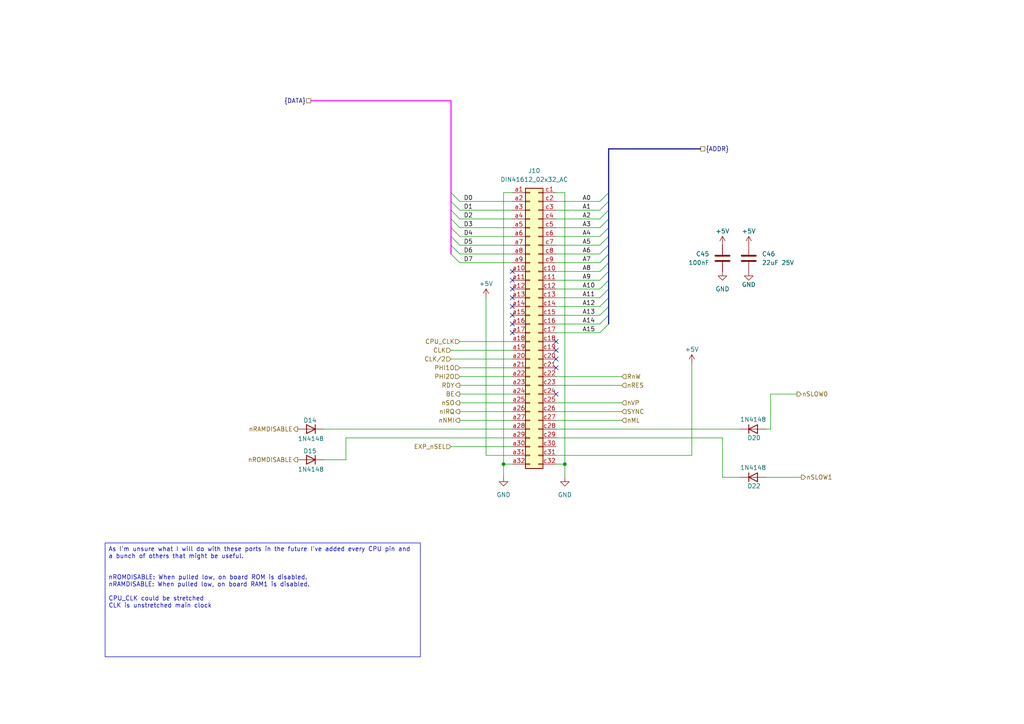
<source format=kicad_sch>
(kicad_sch (version 20250114) (generator "eeschema") (generator_version "9.0")
  (paper "A4")
  (lib_symbols
    (symbol "Connector:DIN41612_02x32_AC" (pin_names (offset 1.016) (hide yes))
      (property "Reference" "J" (at 1.27 40.64 0))
      (property "Value" "DIN41612_02x32_AC" (at 1.27 -43.18 0))
      (symbol "DIN41612_02x32_AC_1_1"
        (rectangle (start -1.27 39.37) (end 3.81 -41.91) (stroke (width 0.254)) (fill (type background)))
        (rectangle (start -1.27 38.227) (end 0 37.973) (stroke (width 0.1524)))
        (rectangle (start -1.27 35.687) (end 0 35.433) (stroke (width 0.1524)))
        (rectangle (start -1.27 33.147) (end 0 32.893) (stroke (width 0.1524)))
        (rectangle (start -1.27 30.607) (end 0 30.353) (stroke (width 0.1524)))
        (rectangle (start -1.27 28.067) (end 0 27.813) (stroke (width 0.1524)))
        (rectangle (start -1.27 25.527) (end 0 25.273) (stroke (width 0.1524)))
        (rectangle (start -1.27 22.987) (end 0 22.733) (stroke (width 0.1524)))
        (rectangle (start -1.27 20.447) (end 0 20.193) (stroke (width 0.1524)))
        (rectangle (start -1.27 17.907) (end 0 17.653) (stroke (width 0.1524)))
        (rectangle (start -1.27 15.367) (end 0 15.113) (stroke (width 0.1524)))
        (rectangle (start -1.27 12.827) (end 0 12.573) (stroke (width 0.1524)))
        (rectangle (start -1.27 10.287) (end 0 10.033) (stroke (width 0.1524)))
        (rectangle (start -1.27 7.747) (end 0 7.493) (stroke (width 0.1524)))
        (rectangle (start -1.27 5.207) (end 0 4.953) (stroke (width 0.1524)))
        (rectangle (start -1.27 2.667) (end 0 2.413) (stroke (width 0.1524)))
        (rectangle (start -1.27 0.127) (end 0 -0.127) (stroke (width 0.1524)))
        (rectangle (start -1.27 -2.413) (end 0 -2.667) (stroke (width 0.1524)))
        (rectangle (start -1.27 -4.953) (end 0 -5.207) (stroke (width 0.1524)))
        (rectangle (start -1.27 -7.493) (end 0 -7.747) (stroke (width 0.1524)))
        (rectangle (start -1.27 -10.033) (end 0 -10.287) (stroke (width 0.1524)))
        (rectangle (start -1.27 -12.573) (end 0 -12.827) (stroke (width 0.1524)))
        (rectangle (start -1.27 -15.113) (end 0 -15.367) (stroke (width 0.1524)))
        (rectangle (start -1.27 -17.653) (end 0 -17.907) (stroke (width 0.1524)))
        (rectangle (start -1.27 -20.193) (end 0 -20.447) (stroke (width 0.1524)))
        (rectangle (start -1.27 -22.733) (end 0 -22.987) (stroke (width 0.1524)))
        (rectangle (start -1.27 -25.273) (end 0 -25.527) (stroke (width 0.1524)))
        (rectangle (start -1.27 -27.813) (end 0 -28.067) (stroke (width 0.1524)))
        (rectangle (start -1.27 -30.353) (end 0 -30.607) (stroke (width 0.1524)))
        (rectangle (start -1.27 -32.893) (end 0 -33.147) (stroke (width 0.1524)))
        (rectangle (start -1.27 -35.433) (end 0 -35.687) (stroke (width 0.1524)))
        (rectangle (start -1.27 -37.973) (end 0 -38.227) (stroke (width 0.1524)))
        (rectangle (start -1.27 -40.513) (end 0 -40.767) (stroke (width 0.1524)))
        (rectangle (start 3.81 38.227) (end 2.54 37.973) (stroke (width 0.1524)))
        (rectangle (start 3.81 35.687) (end 2.54 35.433) (stroke (width 0.1524)))
        (rectangle (start 3.81 33.147) (end 2.54 32.893) (stroke (width 0.1524)))
        (rectangle (start 3.81 30.607) (end 2.54 30.353) (stroke (width 0.1524)))
        (rectangle (start 3.81 28.067) (end 2.54 27.813) (stroke (width 0.1524)))
        (rectangle (start 3.81 25.527) (end 2.54 25.273) (stroke (width 0.1524)))
        (rectangle (start 3.81 22.987) (end 2.54 22.733) (stroke (width 0.1524)))
        (rectangle (start 3.81 20.447) (end 2.54 20.193) (stroke (width 0.1524)))
        (rectangle (start 3.81 17.907) (end 2.54 17.653) (stroke (width 0.1524)))
        (rectangle (start 3.81 15.367) (end 2.54 15.113) (stroke (width 0.1524)))
        (rectangle (start 3.81 12.827) (end 2.54 12.573) (stroke (width 0.1524)))
        (rectangle (start 3.81 10.287) (end 2.54 10.033) (stroke (width 0.1524)))
        (rectangle (start 3.81 7.747) (end 2.54 7.493) (stroke (width 0.1524)))
        (rectangle (start 3.81 5.207) (end 2.54 4.953) (stroke (width 0.1524)))
        (rectangle (start 3.81 2.667) (end 2.54 2.413) (stroke (width 0.1524)))
        (rectangle (start 3.81 0.127) (end 2.54 -0.127) (stroke (width 0.1524)))
        (rectangle (start 3.81 -2.413) (end 2.54 -2.667) (stroke (width 0.1524)))
        (rectangle (start 3.81 -4.953) (end 2.54 -5.207) (stroke (width 0.1524)))
        (rectangle (start 3.81 -7.493) (end 2.54 -7.747) (stroke (width 0.1524)))
        (rectangle (start 3.81 -10.033) (end 2.54 -10.287) (stroke (width 0.1524)))
        (rectangle (start 3.81 -12.573) (end 2.54 -12.827) (stroke (width 0.1524)))
        (rectangle (start 3.81 -15.113) (end 2.54 -15.367) (stroke (width 0.1524)))
        (rectangle (start 3.81 -17.653) (end 2.54 -17.907) (stroke (width 0.1524)))
        (rectangle (start 3.81 -20.193) (end 2.54 -20.447) (stroke (width 0.1524)))
        (rectangle (start 3.81 -22.733) (end 2.54 -22.987) (stroke (width 0.1524)))
        (rectangle (start 3.81 -25.273) (end 2.54 -25.527) (stroke (width 0.1524)))
        (rectangle (start 3.81 -27.813) (end 2.54 -28.067) (stroke (width 0.1524)))
        (rectangle (start 3.81 -30.353) (end 2.54 -30.607) (stroke (width 0.1524)))
        (rectangle (start 3.81 -32.893) (end 2.54 -33.147) (stroke (width 0.1524)))
        (rectangle (start 3.81 -35.433) (end 2.54 -35.687) (stroke (width 0.1524)))
        (rectangle (start 3.81 -37.973) (end 2.54 -38.227) (stroke (width 0.1524)))
        (rectangle (start 3.81 -40.513) (end 2.54 -40.767) (stroke (width 0.1524)))
        (pin passive line (at -5.08 38.1 0) (length 3.81) (name "Pin_a1") (number "a1"))
        (pin passive line (at -5.08 35.56 0) (length 3.81) (name "Pin_a2") (number "a2"))
        (pin passive line (at -5.08 33.02 0) (length 3.81) (name "Pin_a3") (number "a3"))
        (pin passive line (at -5.08 30.48 0) (length 3.81) (name "Pin_a4") (number "a4"))
        (pin passive line (at -5.08 27.94 0) (length 3.81) (name "Pin_a5") (number "a5"))
        (pin passive line (at -5.08 25.4 0) (length 3.81) (name "Pin_a6") (number "a6"))
        (pin passive line (at -5.08 22.86 0) (length 3.81) (name "Pin_a7") (number "a7"))
        (pin passive line (at -5.08 20.32 0) (length 3.81) (name "Pin_a8") (number "a8"))
        (pin passive line (at -5.08 17.78 0) (length 3.81) (name "Pin_a9") (number "a9"))
        (pin passive line (at -5.08 15.24 0) (length 3.81) (name "Pin_a10") (number "a10"))
        (pin passive line (at -5.08 12.7 0) (length 3.81) (name "Pin_a11") (number "a11"))
        (pin passive line (at -5.08 10.16 0) (length 3.81) (name "Pin_a12") (number "a12"))
        (pin passive line (at -5.08 7.62 0) (length 3.81) (name "Pin_a13") (number "a13"))
        (pin passive line (at -5.08 5.08 0) (length 3.81) (name "Pin_a14") (number "a14"))
        (pin passive line (at -5.08 2.54 0) (length 3.81) (name "Pin_a15") (number "a15"))
        (pin passive line (at -5.08 0 0) (length 3.81) (name "Pin_a16") (number "a16"))
        (pin passive line (at -5.08 -2.54 0) (length 3.81) (name "Pin_a17") (number "a17"))
        (pin passive line (at -5.08 -5.08 0) (length 3.81) (name "Pin_a18") (number "a18"))
        (pin passive line (at -5.08 -7.62 0) (length 3.81) (name "Pin_a19") (number "a19"))
        (pin passive line (at -5.08 -10.16 0) (length 3.81) (name "Pin_a20") (number "a20"))
        (pin passive line (at -5.08 -12.7 0) (length 3.81) (name "Pin_a21") (number "a21"))
        (pin passive line (at -5.08 -15.24 0) (length 3.81) (name "Pin_a22") (number "a22"))
        (pin passive line (at -5.08 -17.78 0) (length 3.81) (name "Pin_a23") (number "a23"))
        (pin passive line (at -5.08 -20.32 0) (length 3.81) (name "Pin_a24") (number "a24"))
        (pin passive line (at -5.08 -22.86 0) (length 3.81) (name "Pin_a25") (number "a25"))
        (pin passive line (at -5.08 -25.4 0) (length 3.81) (name "Pin_a26") (number "a26"))
        (pin passive line (at -5.08 -27.94 0) (length 3.81) (name "Pin_a27") (number "a27"))
        (pin passive line (at -5.08 -30.48 0) (length 3.81) (name "Pin_a28") (number "a28"))
        (pin passive line (at -5.08 -33.02 0) (length 3.81) (name "Pin_a29") (number "a29"))
        (pin passive line (at -5.08 -35.56 0) (length 3.81) (name "Pin_a30") (number "a30"))
        (pin passive line (at -5.08 -38.1 0) (length 3.81) (name "Pin_a31") (number "a31"))
        (pin passive line (at -5.08 -40.64 0) (length 3.81) (name "Pin_a32") (number "a32"))
        (pin passive line (at 7.62 38.1 180) (length 3.81) (name "Pin_c1") (number "c1"))
        (pin passive line (at 7.62 35.56 180) (length 3.81) (name "Pin_c2") (number "c2"))
        (pin passive line (at 7.62 33.02 180) (length 3.81) (name "Pin_c3") (number "c3"))
        (pin passive line (at 7.62 30.48 180) (length 3.81) (name "Pin_c4") (number "c4"))
        (pin passive line (at 7.62 27.94 180) (length 3.81) (name "Pin_c5") (number "c5"))
        (pin passive line (at 7.62 25.4 180) (length 3.81) (name "Pin_c6") (number "c6"))
        (pin passive line (at 7.62 22.86 180) (length 3.81) (name "Pin_c7") (number "c7"))
        (pin passive line (at 7.62 20.32 180) (length 3.81) (name "Pin_c8") (number "c8"))
        (pin passive line (at 7.62 17.78 180) (length 3.81) (name "Pin_c9") (number "c9"))
        (pin passive line (at 7.62 15.24 180) (length 3.81) (name "Pin_c10") (number "c10"))
        (pin passive line (at 7.62 12.7 180) (length 3.81) (name "Pin_c11") (number "c11"))
        (pin passive line (at 7.62 10.16 180) (length 3.81) (name "Pin_c12") (number "c12"))
        (pin passive line (at 7.62 7.62 180) (length 3.81) (name "Pin_c13") (number "c13"))
        (pin passive line (at 7.62 5.08 180) (length 3.81) (name "Pin_c14") (number "c14"))
        (pin passive line (at 7.62 2.54 180) (length 3.81) (name "Pin_c15") (number "c15"))
        (pin passive line (at 7.62 0 180) (length 3.81) (name "Pin_c16") (number "c16"))
        (pin passive line (at 7.62 -2.54 180) (length 3.81) (name "Pin_c17") (number "c17"))
        (pin passive line (at 7.62 -5.08 180) (length 3.81) (name "Pin_c18") (number "c18"))
        (pin passive line (at 7.62 -7.62 180) (length 3.81) (name "Pin_c19") (number "c19"))
        (pin passive line (at 7.62 -10.16 180) (length 3.81) (name "Pin_c20") (number "c20"))
        (pin passive line (at 7.62 -12.7 180) (length 3.81) (name "Pin_c21") (number "c21"))
        (pin passive line (at 7.62 -15.24 180) (length 3.81) (name "Pin_c22") (number "c22"))
        (pin passive line (at 7.62 -17.78 180) (length 3.81) (name "Pin_c23") (number "c23"))
        (pin passive line (at 7.62 -20.32 180) (length 3.81) (name "Pin_c24") (number "c24"))
        (pin passive line (at 7.62 -22.86 180) (length 3.81) (name "Pin_c25") (number "c25"))
        (pin passive line (at 7.62 -25.4 180) (length 3.81) (name "Pin_c26") (number "c26"))
        (pin passive line (at 7.62 -27.94 180) (length 3.81) (name "Pin_c27") (number "c27"))
        (pin passive line (at 7.62 -30.48 180) (length 3.81) (name "Pin_c28") (number "c28"))
        (pin passive line (at 7.62 -33.02 180) (length 3.81) (name "Pin_c29") (number "c29"))
        (pin passive line (at 7.62 -35.56 180) (length 3.81) (name "Pin_c30") (number "c30"))
        (pin passive line (at 7.62 -38.1 180) (length 3.81) (name "Pin_c31") (number "c31"))
        (pin passive line (at 7.62 -40.64 180) (length 3.81) (name "Pin_c32") (number "c32"))
      )
    )
    (symbol "Device:C" (pin_numbers (hide yes)) (pin_names (offset 0.254))
      (property "Reference" "C" (at 0.635 2.54 0))
      (property "Value" "C" (at 0.635 -2.54 0))
      (symbol "C_0_1"
        (polyline (pts (xy -2.032 0.762) (xy 2.032 0.762)) (stroke (width 0.508)))
        (polyline (pts (xy -2.032 -0.762) (xy 2.032 -0.762)) (stroke (width 0.508)))
      )
      (symbol "C_1_1"
        (pin passive line (at 0 3.81 270) (length 2.794) (name "~") (number "1"))
        (pin passive line (at 0 -3.81 90) (length 2.794) (name "~") (number "2"))
      )
    )
    (symbol "Diode:1N4148" (pin_numbers (hide yes)) (pin_names (hide yes))
      (property "Reference" "D" (at 0 2.54 0))
      (property "Value" "1N4148" (at 0 -2.54 0))
      (symbol "1N4148_0_1"
        (polyline (pts (xy -1.27 1.27) (xy -1.27 -1.27)) (stroke (width 0.254)))
        (polyline (pts (xy 1.27 1.27) (xy 1.27 -1.27) (xy -1.27 0) (xy 1.27 1.27)) (stroke (width 0.254)))
        (polyline (pts (xy 1.27 0) (xy -1.27 0)))
      )
      (symbol "1N4148_1_1"
        (pin passive line (at -3.81 0 0) (length 2.54) (name "K") (number "1"))
        (pin passive line (at 3.81 0 180) (length 2.54) (name "A") (number "2"))
      )
    )
    (symbol "power:+5V" (power) (pin_names (offset 0))
      (property "Value" "+5V" (at 0 3.556 0))
      (symbol "+5V_0_1"
        (polyline (pts (xy -0.762 1.27) (xy 0 2.54)))
        (polyline (pts (xy 0 2.54) (xy 0.762 1.27)))
        (polyline (pts (xy 0 0) (xy 0 2.54)))
      )
      (symbol "+5V_1_1"
        (pin power_in line (at 0 0 90) (length 0) (hide yes) (name "+5V") (number "1"))
      )
    )
    (symbol "power:GND" (power) (pin_names (offset 0))
      (property "Value" "GND" (at 0 -3.81 0))
      (symbol "GND_0_1"
        (polyline (pts (xy 0 0) (xy 0 -1.27) (xy 1.27 -1.27) (xy 0 -2.54) (xy -1.27 -1.27) (xy 0 -1.27)))
      )
      (symbol "GND_1_1"
        (pin power_in line (at 0 0 270) (length 0) (hide yes) (name "GND") (number "1"))
      )
    )
  )
  (text_box "As I'm unsure what I will do with these ports in the future I've added every CPU pin and a bunch of others that might be useful.\n\n\nnROMDISABLE: When pulled low, on board ROM is disabled.\nnRAMDISABLE: When pulled low, on board RAM1 is disabled.\n\nCPU_CLK could be stretched\nCLK is unstretched main clock" (at 30.48 157.48 0) (size 91.44 33.02) (margins 0.9525 0.9525 0.9525 0.9525) (effects (font (size 1.27 1.27)) (justify left top)))
  (junction (at 146.05 134.62))
  (junction (at 163.83 134.62))
  (no_connect (at 161.29 106.68))
  (no_connect (at 148.59 91.44))
  (no_connect (at 148.59 86.36))
  (no_connect (at 148.59 78.74))
  (no_connect (at 161.29 114.3))
  (no_connect (at 148.59 83.82))
  (no_connect (at 148.59 96.52))
  (no_connect (at 161.29 101.6))
  (no_connect (at 161.29 104.14))
  (no_connect (at 161.29 99.06))
  (no_connect (at 148.59 88.9))
  (no_connect (at 148.59 81.28))
  (no_connect (at 148.59 93.98))
  (bus_entry (at 133.35 68.58) (size -2.54 -2.54))
  (bus_entry (at 133.35 63.5) (size -2.54 -2.54))
  (bus_entry (at 173.99 68.58) (size 2.54 -2.54))
  (bus_entry (at 173.99 81.28) (size 2.54 -2.54))
  (bus_entry (at 173.99 91.44) (size 2.54 -2.54))
  (bus_entry (at 173.99 76.2) (size 2.54 -2.54))
  (bus_entry (at 173.99 58.42) (size 2.54 -2.54))
  (bus_entry (at 133.35 76.2) (size -2.54 -2.54))
  (bus_entry (at 133.35 60.96) (size -2.54 -2.54))
  (bus_entry (at 173.99 71.12) (size 2.54 -2.54))
  (bus_entry (at 173.99 78.74) (size 2.54 -2.54))
  (bus_entry (at 133.35 58.42) (size -2.54 -2.54))
  (bus_entry (at 173.99 88.9) (size 2.54 -2.54))
  (bus_entry (at 173.99 63.5) (size 2.54 -2.54))
  (bus_entry (at 133.35 71.12) (size -2.54 -2.54))
  (bus_entry (at 133.35 66.04) (size -2.54 -2.54))
  (bus_entry (at 173.99 60.96) (size 2.54 -2.54))
  (bus_entry (at 173.99 66.04) (size 2.54 -2.54))
  (bus_entry (at 173.99 96.52) (size 2.54 -2.54))
  (bus_entry (at 173.99 73.66) (size 2.54 -2.54))
  (bus_entry (at 173.99 93.98) (size 2.54 -2.54))
  (bus_entry (at 133.35 73.66) (size -2.54 -2.54))
  (bus_entry (at 173.99 83.82) (size 2.54 -2.54))
  (bus_entry (at 173.99 86.36) (size 2.54 -2.54))
  (wire (pts (xy 140.97 86.36) (xy 140.97 132.08)))
  (wire (pts (xy 161.29 83.82) (xy 173.99 83.82)))
  (bus (pts (xy 176.53 93.98) (xy 176.53 91.44)))
  (wire (pts (xy 161.29 88.9) (xy 173.99 88.9)))
  (wire (pts (xy 161.29 63.5) (xy 173.99 63.5)))
  (bus (pts (xy 176.53 71.12) (xy 176.53 68.58)))
  (wire (pts (xy 146.05 55.88) (xy 148.59 55.88)))
  (wire (pts (xy 148.59 134.62) (xy 146.05 134.62)))
  (wire (pts (xy 93.98 124.46) (xy 148.59 124.46)))
  (wire (pts (xy 161.29 91.44) (xy 173.99 91.44)))
  (wire (pts (xy 130.81 104.14) (xy 148.59 104.14)))
  (bus (pts (xy 176.53 86.36) (xy 176.53 83.82)))
  (wire (pts (xy 180.34 109.22) (xy 161.29 109.22)))
  (wire (pts (xy 148.59 60.96) (xy 133.35 60.96)))
  (wire (pts (xy 133.35 116.84) (xy 148.59 116.84)))
  (bus (pts (xy 176.53 55.88) (xy 176.53 43.18)))
  (bus (pts (xy 130.81 68.58) (xy 130.81 71.12)) (stroke (width 0) (color 255 0 255 1)))
  (wire (pts (xy 130.81 101.6) (xy 148.59 101.6)))
  (wire (pts (xy 148.59 68.58) (xy 133.35 68.58)))
  (bus (pts (xy 176.53 81.28) (xy 176.53 78.74)))
  (bus (pts (xy 130.81 66.04) (xy 130.81 68.58)) (stroke (width 0) (color 255 0 255 1)))
  (bus (pts (xy 176.53 66.04) (xy 176.53 63.5)))
  (wire (pts (xy 133.35 119.38) (xy 148.59 119.38)))
  (wire (pts (xy 231.14 114.3) (xy 223.52 114.3)))
  (wire (pts (xy 161.29 96.52) (xy 173.99 96.52)))
  (bus (pts (xy 130.81 71.12) (xy 130.81 73.66)) (stroke (width 0) (color 255 0 255 1)))
  (bus (pts (xy 176.53 73.66) (xy 176.53 71.12)))
  (wire (pts (xy 200.66 132.08) (xy 200.66 105.41)))
  (wire (pts (xy 163.83 55.88) (xy 161.29 55.88)))
  (wire (pts (xy 148.59 66.04) (xy 133.35 66.04)))
  (wire (pts (xy 232.41 138.43) (xy 222.25 138.43)))
  (wire (pts (xy 133.35 121.92) (xy 148.59 121.92)))
  (wire (pts (xy 130.81 129.54) (xy 148.59 129.54)))
  (wire (pts (xy 180.34 111.76) (xy 161.29 111.76)))
  (bus (pts (xy 176.53 88.9) (xy 176.53 86.36)))
  (wire (pts (xy 161.29 68.58) (xy 173.99 68.58)))
  (bus (pts (xy 130.81 60.96) (xy 130.81 63.5)) (stroke (width 0) (color 255 0 255 1)))
  (wire (pts (xy 146.05 134.62) (xy 146.05 55.88)))
  (wire (pts (xy 161.29 73.66) (xy 173.99 73.66)))
  (wire (pts (xy 180.34 116.84) (xy 161.29 116.84)))
  (wire (pts (xy 148.59 58.42) (xy 133.35 58.42)))
  (wire (pts (xy 161.29 78.74) (xy 173.99 78.74)))
  (wire (pts (xy 161.29 86.36) (xy 173.99 86.36)))
  (wire (pts (xy 161.29 76.2) (xy 173.99 76.2)))
  (wire (pts (xy 209.55 138.43) (xy 209.55 127)))
  (wire (pts (xy 161.29 134.62) (xy 163.83 134.62)))
  (wire (pts (xy 180.34 121.92) (xy 161.29 121.92)))
  (wire (pts (xy 209.55 127) (xy 161.29 127)))
  (wire (pts (xy 163.83 134.62) (xy 163.83 55.88)))
  (bus (pts (xy 90.17 29.21) (xy 130.81 29.21)) (stroke (width 0) (color 255 0 255 1)))
  (wire (pts (xy 161.29 71.12) (xy 173.99 71.12)))
  (wire (pts (xy 214.63 124.46) (xy 161.29 124.46)))
  (wire (pts (xy 148.59 71.12) (xy 133.35 71.12)))
  (bus (pts (xy 130.81 55.88) (xy 130.81 29.21)) (stroke (width 0) (color 255 0 255 1)))
  (wire (pts (xy 133.35 109.22) (xy 148.59 109.22)))
  (bus (pts (xy 176.53 76.2) (xy 176.53 73.66)))
  (wire (pts (xy 161.29 81.28) (xy 173.99 81.28)))
  (bus (pts (xy 130.81 63.5) (xy 130.81 66.04)) (stroke (width 0) (color 255 0 255 1)))
  (wire (pts (xy 161.29 93.98) (xy 173.99 93.98)))
  (wire (pts (xy 140.97 132.08) (xy 148.59 132.08)))
  (wire (pts (xy 214.63 138.43) (xy 209.55 138.43)))
  (wire (pts (xy 180.34 119.38) (xy 161.29 119.38)))
  (bus (pts (xy 176.53 58.42) (xy 176.53 55.88)))
  (wire (pts (xy 133.35 114.3) (xy 148.59 114.3)))
  (wire (pts (xy 133.35 106.68) (xy 148.59 106.68)))
  (wire (pts (xy 100.33 133.35) (xy 93.98 133.35)))
  (wire (pts (xy 161.29 132.08) (xy 200.66 132.08)))
  (bus (pts (xy 130.81 55.88) (xy 130.81 58.42)) (stroke (width 0) (color 255 0 255 1)))
  (bus (pts (xy 176.53 91.44) (xy 176.53 88.9)))
  (wire (pts (xy 100.33 127) (xy 100.33 133.35)))
  (wire (pts (xy 223.52 114.3) (xy 223.52 124.46)))
  (bus (pts (xy 176.53 78.74) (xy 176.53 76.2)))
  (wire (pts (xy 161.29 66.04) (xy 173.99 66.04)))
  (bus (pts (xy 176.53 63.5) (xy 176.53 60.96)))
  (bus (pts (xy 203.2 43.18) (xy 176.53 43.18)))
  (wire (pts (xy 163.83 138.43) (xy 163.83 134.62)))
  (wire (pts (xy 148.59 76.2) (xy 133.35 76.2)))
  (bus (pts (xy 176.53 60.96) (xy 176.53 58.42)))
  (wire (pts (xy 148.59 73.66) (xy 133.35 73.66)))
  (bus (pts (xy 176.53 83.82) (xy 176.53 81.28)))
  (wire (pts (xy 133.35 111.76) (xy 148.59 111.76)))
  (wire (pts (xy 223.52 124.46) (xy 222.25 124.46)))
  (wire (pts (xy 148.59 63.5) (xy 133.35 63.5)))
  (wire (pts (xy 161.29 60.96) (xy 173.99 60.96)))
  (bus (pts (xy 176.53 68.58) (xy 176.53 66.04)))
  (wire (pts (xy 161.29 58.42) (xy 173.99 58.42)))
  (bus (pts (xy 130.81 58.42) (xy 130.81 60.96)) (stroke (width 0) (color 255 0 255 1)))
  (wire (pts (xy 146.05 138.43) (xy 146.05 134.62)))
  (wire (pts (xy 148.59 127) (xy 100.33 127)))
  (wire (pts (xy 133.35 99.06) (xy 148.59 99.06)))
  (label "D4" (at 137.16 68.58 180))
  (label "D3" (at 137.16 66.04 180))
  (label "A11" (at 168.91 86.36 0))
  (label "D7" (at 137.16 76.2 180))
  (label "A1" (at 168.91 60.96 0))
  (label "A6" (at 168.91 73.66 0))
  (label "A8" (at 168.91 78.74 0))
  (label "A14" (at 168.91 93.98 0))
  (label "D1" (at 137.16 60.96 180))
  (label "A3" (at 168.91 66.04 0))
  (label "A0" (at 168.91 58.42 0))
  (label "D5" (at 137.16 71.12 180))
  (label "A5" (at 168.91 71.12 0))
  (label "A10" (at 168.91 83.82 0))
  (label "D0" (at 137.16 58.42 180))
  (label "A2" (at 168.91 63.5 0))
  (label "A12" (at 168.91 88.9 0))
  (label "A7" (at 168.91 76.2 0))
  (label "D6" (at 137.16 73.66 180))
  (label "A4" (at 168.91 68.58 0))
  (label "A13" (at 168.91 91.44 0))
  (label "D2" (at 137.16 63.5 180))
  (label "A9" (at 168.91 81.28 0))
  (label "A15" (at 168.91 96.52 0))
  (hierarchical_label "{DATA}" (shape passive) (at 90.17 29.21 180))
  (hierarchical_label "RnW" (shape input) (at 180.34 109.22 0))
  (hierarchical_label "SYNC" (shape input) (at 180.34 119.38 0))
  (hierarchical_label "nRAMDISABLE" (shape output) (at 86.36 124.46 180))
  (hierarchical_label "EXP_nSEL" (shape input) (at 130.81 129.54 180))
  (hierarchical_label "{ADDR}" (shape passive) (at 203.2 43.18 0))
  (hierarchical_label "CPU_CLK" (shape input) (at 133.35 99.06 180))
  (hierarchical_label "BE" (shape output) (at 133.35 114.3 180))
  (hierarchical_label "PHI1O" (shape input) (at 133.35 106.68 180))
  (hierarchical_label "nSLOW0" (shape output) (at 231.14 114.3 0))
  (hierarchical_label "nIRQ" (shape output) (at 133.35 119.38 180))
  (hierarchical_label "nML" (shape input) (at 180.34 121.92 0))
  (hierarchical_label "nSLOW1" (shape output) (at 232.41 138.43 0))
  (hierarchical_label "nROMDISABLE" (shape output) (at 86.36 133.35 180))
  (hierarchical_label "CLK{slash}2" (shape input) (at 130.81 104.14 180))
  (hierarchical_label "RDY" (shape output) (at 133.35 111.76 180))
  (hierarchical_label "nRES" (shape input) (at 180.34 111.76 0))
  (hierarchical_label "PHI2O" (shape input) (at 133.35 109.22 180))
  (hierarchical_label "nVP" (shape input) (at 180.34 116.84 0))
  (hierarchical_label "nSO" (shape output) (at 133.35 116.84 180))
  (hierarchical_label "nNMI" (shape output) (at 133.35 121.92 180))
  (hierarchical_label "CLK" (shape input) (at 130.81 101.6 180))
  (symbol (lib_id "power:GND") (at 146.05 138.43 0) (unit 1)
    (property "Reference" "#PWR0171" (effects (hide yes)))
    (property "Value" "GND" (at 146.05 143.51 0))
    (instances (project "LT6502" (path "" (reference "#PWR0179") (unit 1)) (path "" (reference "#PWR0171") (unit 1))))
  )
  (symbol (lib_id "power:+5V") (at 140.97 86.36 0) (mirror y) (unit 1)
    (property "Reference" "#PWR0170" (effects (hide yes)))
    (property "Value" "+5V" (at 140.97 82.296 0))
    (instances (project "LT6502" (path "" (reference "#PWR0178") (unit 1)) (path "" (reference "#PWR0170") (unit 1))))
  )
  (symbol (lib_id "power:+5V") (at 209.55 71.12 0) (mirror y) (unit 1)
    (property "Reference" "#PWR0174" (effects (hide yes)))
    (property "Value" "+5V" (at 209.55 67.056 0))
    (instances (project "LT6502" (path "" (reference "#PWR0182") (unit 1)) (path "" (reference "#PWR0174") (unit 1))))
  )
  (symbol (lib_id "Device:C") (at 217.17 74.93 0) (mirror y) (unit 1)
    (property "Reference" "C44" (at 220.98 73.6599 0) (effects (justify right)))
    (property "Value" "22uF 25V" (at 220.98 76.1999 0) (effects (justify right)))
    (property "Footprint" "Capacitor_SMD:C_0805_2012Metric" (effects (hide yes)))
    (property "Description" "Unpolarized capacitor" (effects (hide yes)))
    (instances (project "LT6502" (path "" (reference "C46") (unit 1)) (path "" (reference "C44") (unit 1))))
  )
  (symbol (lib_id "power:GND") (at 209.55 78.74 0) (mirror y) (unit 1)
    (property "Reference" "#PWR0175" (effects (hide yes)))
    (property "Value" "GND" (at 209.55 83.82 0))
    (instances (project "LT6502" (path "" (reference "#PWR0183") (unit 1)) (path "" (reference "#PWR0175") (unit 1))))
  )
  (symbol (lib_id "Diode:1N4148") (at 90.17 124.46 0) (mirror y) (unit 1)
    (property "Reference" "D12" (at 89.916 121.92 0))
    (property "Value" "1N4148" (at 90.17 127.254 0))
    (property "Footprint" "Diode_THT:D_DO-35_SOD27_P7.62mm_Horizontal" (effects (hide yes)))
    (property "Datasheet" "https://assets.nexperia.com/documents/data-sheet/1N4148_1N4448.pdf" (effects (hide yes)))
    (property "Description" "100V 0.15A standard switching diode, DO-35" (effects (hide yes)))
    (property "Sim.Device" "D" (effects (hide yes)))
    (property "Sim.Pins" "1=K 2=A" (effects (hide yes)))
    (instances (project "LT6502" (path "" (reference "D14") (unit 1)) (path "" (reference "D12") (unit 1))))
  )
  (symbol (lib_id "power:GND") (at 163.83 138.43 0) (mirror y) (unit 1)
    (property "Reference" "#PWR0172" (effects (hide yes)))
    (property "Value" "GND" (at 163.83 143.51 0))
    (instances (project "LT6502" (path "" (reference "#PWR0180") (unit 1)) (path "" (reference "#PWR0172") (unit 1))))
  )
  (symbol (lib_id "Diode:1N4148") (at 218.44 138.43 0) (mirror x) (unit 1)
    (property "Reference" "D21" (at 218.694 140.97 0))
    (property "Value" "1N4148" (at 218.44 135.636 0))
    (property "Footprint" "Diode_THT:D_DO-35_SOD27_P7.62mm_Horizontal" (effects (hide yes)))
    (property "Datasheet" "https://assets.nexperia.com/documents/data-sheet/1N4148_1N4448.pdf" (effects (hide yes)))
    (property "Description" "100V 0.15A standard switching diode, DO-35" (effects (hide yes)))
    (property "Sim.Device" "D" (effects (hide yes)))
    (property "Sim.Pins" "1=K 2=A" (effects (hide yes)))
    (instances (project "LT6502" (path "" (reference "D22") (unit 1)) (path "" (reference "D21") (unit 1))))
  )
  (symbol (lib_id "Connector:DIN41612_02x32_AC") (at 153.67 93.98 0) (unit 1)
    (property "Reference" "J9" (at 154.94 49.53 0))
    (property "Value" "DIN41612_02x32_AC" (at 154.94 52.07 0))
    (property "Footprint" "Connector_DIN:DIN41612_R_2x32_Female_Horizontal_THT" (effects (hide yes)))
    (property "Description" "DIN41612 connector, double row (AC), 02x32, script generated (kicad-library-utils/schlib/autogen/connector/)" (effects (hide yes)))
    (property "Mouser Part Number" "649-864648813H55V1LF" (effects (hide yes)))
    (instances (project "" (path "" (reference "J10") (unit 1)) (path "" (reference "J9") (unit 1))))
  )
  (symbol (lib_id "Device:C") (at 209.55 74.93 0) (mirror y) (unit 1)
    (property "Reference" "C43" (at 205.74 73.6599 0) (effects (justify left)))
    (property "Value" "100nF" (at 205.74 76.1999 0) (effects (justify left)))
    (property "Footprint" "Capacitor_SMD:C_0603_1608Metric" (effects (hide yes)))
    (property "Description" "Unpolarized capacitor" (effects (hide yes)))
    (property "LCSC" "C49678" (effects (hide yes)))
    (instances (project "LT6502" (path "" (reference "C45") (unit 1)) (path "" (reference "C43") (unit 1))))
  )
  (symbol (lib_id "power:+5V") (at 200.66 105.41 0) (mirror y) (unit 1)
    (property "Reference" "#PWR0173" (effects (hide yes)))
    (property "Value" "+5V" (at 200.66 101.346 0))
    (instances (project "LT6502" (path "" (reference "#PWR0181") (unit 1)) (path "" (reference "#PWR0173") (unit 1))))
  )
  (symbol (lib_id "power:GND") (at 217.17 78.74 0) (mirror y) (unit 1)
    (property "Reference" "#PWR0177" (effects (hide yes)))
    (property "Value" "GND" (at 217.17 82.55 0))
    (instances (project "LT6502" (path "" (reference "#PWR0185") (unit 1)) (path "" (reference "#PWR0177") (unit 1))))
  )
  (symbol (lib_id "Diode:1N4148") (at 218.44 124.46 0) (mirror x) (unit 1)
    (property "Reference" "D19" (at 218.694 127 0))
    (property "Value" "1N4148" (at 218.44 121.666 0))
    (property "Footprint" "Diode_THT:D_DO-35_SOD27_P7.62mm_Horizontal" (effects (hide yes)))
    (property "Datasheet" "https://assets.nexperia.com/documents/data-sheet/1N4148_1N4448.pdf" (effects (hide yes)))
    (property "Description" "100V 0.15A standard switching diode, DO-35" (effects (hide yes)))
    (property "Sim.Device" "D" (effects (hide yes)))
    (property "Sim.Pins" "1=K 2=A" (effects (hide yes)))
    (instances (project "LT6502" (path "" (reference "D20") (unit 1)) (path "" (reference "D19") (unit 1))))
  )
  (symbol (lib_id "power:+5V") (at 217.17 71.12 0) (mirror y) (unit 1)
    (property "Reference" "#PWR0176" (effects (hide yes)))
    (property "Value" "+5V" (at 217.17 67.056 0))
    (instances (project "LT6502" (path "" (reference "#PWR0184") (unit 1)) (path "" (reference "#PWR0176") (unit 1))))
  )
  (symbol (lib_id "Diode:1N4148") (at 90.17 133.35 0) (mirror y) (unit 1)
    (property "Reference" "D13" (at 89.916 130.81 0))
    (property "Value" "1N4148" (at 90.17 136.144 0))
    (property "Footprint" "Diode_THT:D_DO-35_SOD27_P7.62mm_Horizontal" (effects (hide yes)))
    (property "Datasheet" "https://assets.nexperia.com/documents/data-sheet/1N4148_1N4448.pdf" (effects (hide yes)))
    (property "Description" "100V 0.15A standard switching diode, DO-35" (effects (hide yes)))
    (property "Sim.Device" "D" (effects (hide yes)))
    (property "Sim.Pins" "1=K 2=A" (effects (hide yes)))
    (instances (project "LT6502" (path "" (reference "D15") (unit 1)) (path "" (reference "D13") (unit 1))))
  )
)
</source>
